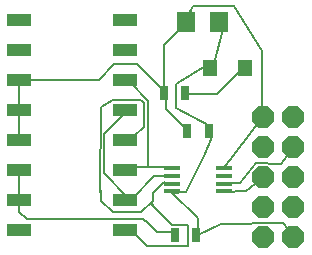
<source format=gtl>
G75*
%MOIN*%
%OFA0B0*%
%FSLAX25Y25*%
%IPPOS*%
%LPD*%
%AMOC8*
5,1,8,0,0,1.08239X$1,22.5*
%
%ADD10R,0.07900X0.04300*%
%ADD11OC8,0.07400*%
%ADD12R,0.03150X0.04724*%
%ADD13R,0.04724X0.05512*%
%ADD14R,0.06299X0.07087*%
%ADD15R,0.05600X0.01700*%
%ADD16C,0.00400*%
%ADD17C,0.00500*%
D10*
X0005350Y0008800D03*
X0005350Y0018800D03*
X0005350Y0028800D03*
X0005350Y0038800D03*
X0005350Y0048800D03*
X0005350Y0058800D03*
X0005350Y0068800D03*
X0005350Y0078800D03*
X0040750Y0078800D03*
X0040750Y0068800D03*
X0040750Y0058800D03*
X0040750Y0048800D03*
X0040750Y0038800D03*
X0040750Y0028800D03*
X0040750Y0018800D03*
X0040750Y0008800D03*
D11*
X0086540Y0006440D03*
X0096540Y0006440D03*
X0096540Y0016440D03*
X0086540Y0016440D03*
X0086540Y0026440D03*
X0096540Y0026440D03*
X0096540Y0036440D03*
X0086540Y0036440D03*
X0086540Y0046440D03*
X0096540Y0046440D03*
D12*
X0068428Y0041630D03*
X0061342Y0041630D03*
X0060683Y0054335D03*
X0053597Y0054335D03*
X0057317Y0006915D03*
X0064403Y0006915D03*
D13*
X0068899Y0062705D03*
X0080711Y0062705D03*
D14*
X0071947Y0078200D03*
X0060923Y0078200D03*
D15*
X0056325Y0029259D03*
X0056325Y0026699D03*
X0056325Y0024140D03*
X0056325Y0021581D03*
X0073425Y0021581D03*
X0073425Y0024140D03*
X0073425Y0026699D03*
X0073425Y0029259D03*
D16*
X0004195Y0038525D02*
X0004195Y0039035D01*
D17*
X0005090Y0037730D02*
X0005090Y0058410D01*
X0005580Y0058410D01*
X0005825Y0058900D02*
X0031905Y0058900D01*
X0037075Y0064070D01*
X0044695Y0064070D01*
X0054295Y0054470D01*
X0053555Y0053975D02*
X0053555Y0070475D01*
X0059955Y0076875D01*
X0060445Y0076875D01*
X0060200Y0077855D02*
X0063150Y0083275D01*
X0076930Y0083270D01*
X0086280Y0068255D01*
X0086280Y0046100D01*
X0073235Y0029115D01*
X0073730Y0023945D02*
X0078895Y0024435D01*
X0084310Y0031080D01*
X0092430Y0030590D01*
X0096860Y0036250D01*
X0087015Y0026405D02*
X0080870Y0021730D01*
X0073735Y0021480D01*
X0064875Y0012625D02*
X0056265Y0021235D01*
X0060930Y0021480D01*
X0066840Y0033295D01*
X0069550Y0039700D01*
X0068320Y0040930D01*
X0068320Y0041175D01*
X0068565Y0041420D01*
X0068810Y0043390D02*
X0057740Y0049300D01*
X0057495Y0049300D02*
X0057495Y0057435D01*
X0067825Y0063580D01*
X0067825Y0063335D01*
X0068320Y0062840D01*
X0069305Y0063330D02*
X0069305Y0063330D01*
X0069795Y0062840D01*
X0070040Y0062840D01*
X0073730Y0077120D01*
X0073485Y0077365D01*
X0062905Y0081550D02*
X0062660Y0081305D01*
X0062170Y0081305D01*
X0070040Y0062840D02*
X0070285Y0062840D01*
X0071265Y0053975D02*
X0079390Y0062100D01*
X0071265Y0053975D02*
X0061185Y0053975D01*
X0054295Y0052255D02*
X0054295Y0049050D01*
X0061675Y0041670D01*
X0048390Y0051765D02*
X0042240Y0057915D01*
X0042240Y0058165D01*
X0045930Y0052010D02*
X0036585Y0052010D01*
X0032645Y0049790D01*
X0032400Y0021480D01*
X0032645Y0021975D02*
X0032645Y0018525D01*
X0036580Y0014590D01*
X0045930Y0014590D01*
X0049865Y0018525D01*
X0049865Y0020990D01*
X0053555Y0024680D01*
X0053560Y0024680D01*
X0053805Y0024435D01*
X0054050Y0026650D02*
X0050365Y0026650D01*
X0043225Y0019510D01*
X0043225Y0019265D01*
X0042485Y0019265D02*
X0042240Y0019510D01*
X0041745Y0019510D01*
X0033630Y0027625D01*
X0033630Y0040685D01*
X0040270Y0047325D01*
X0040270Y0047825D01*
X0046175Y0051760D02*
X0046915Y0051020D01*
X0046915Y0043145D01*
X0043715Y0039945D01*
X0043715Y0039450D01*
X0043715Y0039700D02*
X0043225Y0039210D01*
X0043225Y0038960D01*
X0042485Y0029605D02*
X0041745Y0028865D01*
X0042485Y0029605D02*
X0048390Y0029605D01*
X0048390Y0051765D01*
X0048390Y0029605D02*
X0053805Y0029605D01*
X0049865Y0017295D02*
X0049375Y0017295D01*
X0056270Y0010400D01*
X0061430Y0010400D01*
X0061430Y0003265D01*
X0047900Y0003265D01*
X0042485Y0008680D01*
X0046670Y0012370D02*
X0047405Y0011635D01*
X0047645Y0011635D01*
X0051095Y0008185D01*
X0057250Y0008185D01*
X0057495Y0007940D01*
X0057740Y0007695D01*
X0057495Y0007940D02*
X0057495Y0007940D01*
X0064875Y0007450D02*
X0064875Y0012625D01*
X0064875Y0007200D02*
X0072500Y0010645D01*
X0093170Y0011140D01*
X0096120Y0007450D01*
X0046670Y0012370D02*
X0007795Y0012370D01*
X0005335Y0014830D01*
X0005335Y0028620D01*
M02*

</source>
